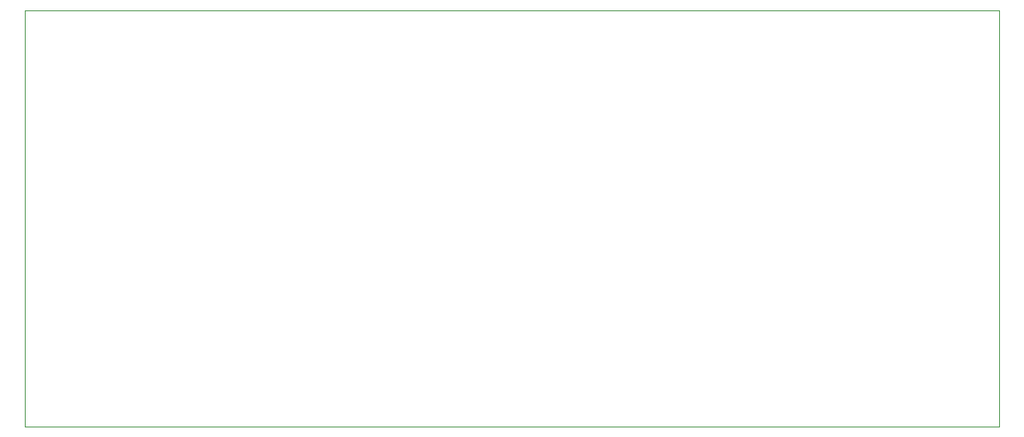
<source format=gbr>
%TF.GenerationSoftware,KiCad,Pcbnew,9.0.2*%
%TF.CreationDate,2025-07-04T12:52:13+05:30*%
%TF.ProjectId,qn2,716e322e-6b69-4636-9164-5f7063625858,rev?*%
%TF.SameCoordinates,Original*%
%TF.FileFunction,Profile,NP*%
%FSLAX46Y46*%
G04 Gerber Fmt 4.6, Leading zero omitted, Abs format (unit mm)*
G04 Created by KiCad (PCBNEW 9.0.2) date 2025-07-04 12:52:13*
%MOMM*%
%LPD*%
G01*
G04 APERTURE LIST*
%TA.AperFunction,Profile*%
%ADD10C,0.050000*%
%TD*%
G04 APERTURE END LIST*
D10*
X40000000Y-52000000D02*
X143000000Y-52000000D01*
X143000000Y-96000000D01*
X40000000Y-96000000D01*
X40000000Y-52000000D01*
M02*

</source>
